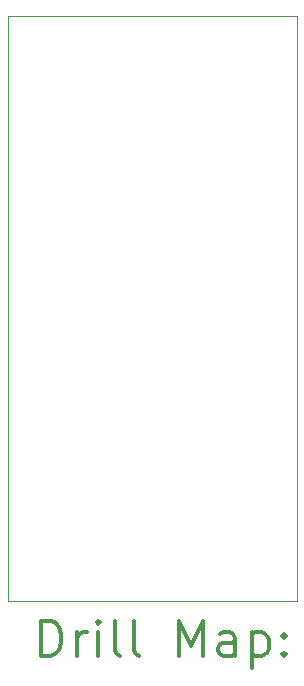
<source format=gbr>
%FSLAX45Y45*%
G04 Gerber Fmt 4.5, Leading zero omitted, Abs format (unit mm)*
G04 Created by KiCad (PCBNEW (5.1.9)-1) date 2023-07-11 19:38:46*
%MOMM*%
%LPD*%
G01*
G04 APERTURE LIST*
%TA.AperFunction,Profile*%
%ADD10C,0.050000*%
%TD*%
%ADD11C,0.200000*%
%ADD12C,0.300000*%
G04 APERTURE END LIST*
D10*
X16000000Y-9900000D02*
X13550000Y-9900000D01*
X16000000Y-14850000D02*
X16000000Y-9900000D01*
X13550000Y-14850000D02*
X16000000Y-14850000D01*
X13550000Y-9900000D02*
X13550000Y-14850000D01*
D11*
D12*
X13833928Y-15318214D02*
X13833928Y-15018214D01*
X13905357Y-15018214D01*
X13948214Y-15032500D01*
X13976786Y-15061071D01*
X13991071Y-15089643D01*
X14005357Y-15146786D01*
X14005357Y-15189643D01*
X13991071Y-15246786D01*
X13976786Y-15275357D01*
X13948214Y-15303929D01*
X13905357Y-15318214D01*
X13833928Y-15318214D01*
X14133928Y-15318214D02*
X14133928Y-15118214D01*
X14133928Y-15175357D02*
X14148214Y-15146786D01*
X14162500Y-15132500D01*
X14191071Y-15118214D01*
X14219643Y-15118214D01*
X14319643Y-15318214D02*
X14319643Y-15118214D01*
X14319643Y-15018214D02*
X14305357Y-15032500D01*
X14319643Y-15046786D01*
X14333928Y-15032500D01*
X14319643Y-15018214D01*
X14319643Y-15046786D01*
X14505357Y-15318214D02*
X14476786Y-15303929D01*
X14462500Y-15275357D01*
X14462500Y-15018214D01*
X14662500Y-15318214D02*
X14633928Y-15303929D01*
X14619643Y-15275357D01*
X14619643Y-15018214D01*
X15005357Y-15318214D02*
X15005357Y-15018214D01*
X15105357Y-15232500D01*
X15205357Y-15018214D01*
X15205357Y-15318214D01*
X15476786Y-15318214D02*
X15476786Y-15161071D01*
X15462500Y-15132500D01*
X15433928Y-15118214D01*
X15376786Y-15118214D01*
X15348214Y-15132500D01*
X15476786Y-15303929D02*
X15448214Y-15318214D01*
X15376786Y-15318214D01*
X15348214Y-15303929D01*
X15333928Y-15275357D01*
X15333928Y-15246786D01*
X15348214Y-15218214D01*
X15376786Y-15203929D01*
X15448214Y-15203929D01*
X15476786Y-15189643D01*
X15619643Y-15118214D02*
X15619643Y-15418214D01*
X15619643Y-15132500D02*
X15648214Y-15118214D01*
X15705357Y-15118214D01*
X15733928Y-15132500D01*
X15748214Y-15146786D01*
X15762500Y-15175357D01*
X15762500Y-15261071D01*
X15748214Y-15289643D01*
X15733928Y-15303929D01*
X15705357Y-15318214D01*
X15648214Y-15318214D01*
X15619643Y-15303929D01*
X15891071Y-15289643D02*
X15905357Y-15303929D01*
X15891071Y-15318214D01*
X15876786Y-15303929D01*
X15891071Y-15289643D01*
X15891071Y-15318214D01*
X15891071Y-15132500D02*
X15905357Y-15146786D01*
X15891071Y-15161071D01*
X15876786Y-15146786D01*
X15891071Y-15132500D01*
X15891071Y-15161071D01*
M02*

</source>
